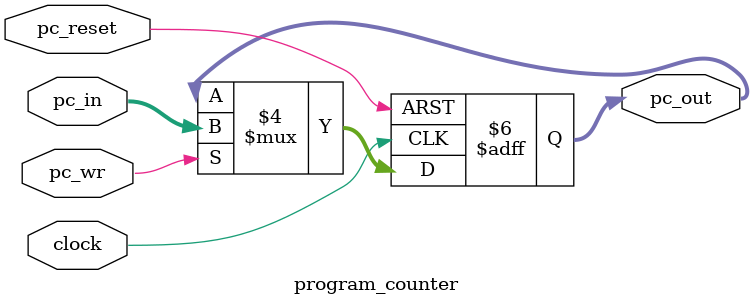
<source format=sv>
module program_counter#(
        parameter OPERAND_WIDTH = 11
    )
    (
        input logic [OPERAND_WIDTH - 1:0] pc_in, 
        input logic pc_wr, pc_reset, clock, 
        output logic [OPERAND_WIDTH - 1:0] pc_out
    );

    always_ff @(posedge clock or posedge pc_reset)
    begin
        if(pc_reset==1'b1)
            pc_out <= 11'b00000000000;
        else
        begin
            if (pc_wr == 1'b1)
                pc_out <= pc_in;
        end
    end
endmodule
</source>
